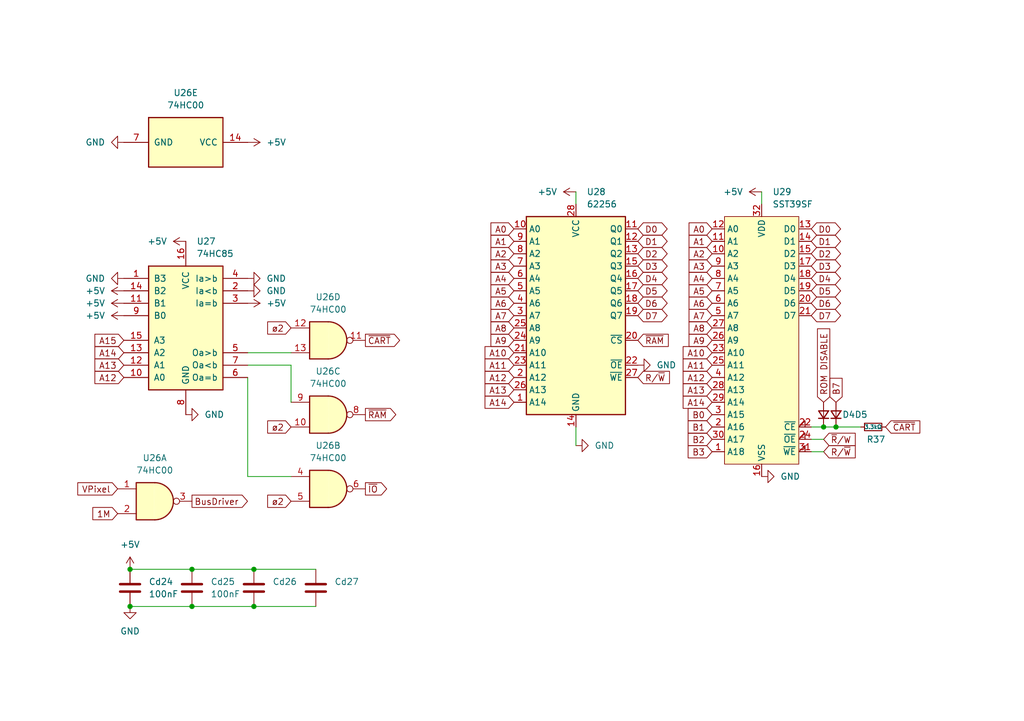
<source format=kicad_sch>
(kicad_sch (version 20230121) (generator eeschema)
  (paper "A5")
  (title_block (title "Memory Mapping and RAM"))
  (lib_symbols
    (symbol "74xx:74HC00" (pin_names (offset 1.016))
      (property "Reference" "U" (at 0 1.27 0))
      (property "Value" "74HC00" (at 0 -1.27 0))
      (symbol "74HC00_1_1"
        (arc (start 0 -3.81) (mid 3.7934 0) (end 0 3.81) (stroke (width 0.254)) (fill (type background)))
        (polyline (pts (xy 0 3.81) (xy -3.81 3.81) (xy -3.81 -3.81) (xy 0 -3.81)) (stroke (width 0.254)) (fill (type background)))
        (pin input line (at -7.62 2.54 0) (length 3.81) (name "~") (number "1"))
        (pin input line (at -7.62 -2.54 0) (length 3.81) (name "~") (number "2"))
        (pin output inverted (at 7.62 0 180) (length 3.81) (name "~") (number "3"))
      )
      (symbol "74HC00_1_2"
        (arc (start -3.81 -3.81) (mid -2.589 0) (end -3.81 3.81) (stroke (width 0.254)))
        (arc (start -0.6096 -3.81) (mid 2.1842 -2.5851) (end 3.81 0) (stroke (width 0.254)) (fill (type background)))
        (polyline (pts (xy -3.81 -3.81) (xy -0.635 -3.81)) (stroke (width 0.254)) (fill (type background)))
        (polyline (pts (xy -3.81 3.81) (xy -0.635 3.81)) (stroke (width 0.254)) (fill (type background)))
        (polyline (pts (xy -0.635 3.81) (xy -3.81 3.81) (xy -3.81 3.81) (xy -3.556 3.4036) (xy -3.0226 2.2606) (xy -2.6924 1.0414) (xy -2.6162 -0.254) (xy -2.7686 -1.4986) (xy -3.175 -2.7178) (xy -3.81 -3.81) (xy -3.81 -3.81) (xy -0.635 -3.81)) (stroke (width -25.4)) (fill (type background)))
        (arc (start 3.81 0) (mid 2.1915 2.5936) (end -0.6096 3.81) (stroke (width 0.254)) (fill (type background)))
        (pin input inverted (at -7.62 2.54 0) (length 4.318) (name "~") (number "1"))
        (pin input inverted (at -7.62 -2.54 0) (length 4.318) (name "~") (number "2"))
        (pin output line (at 7.62 0 180) (length 3.81) (name "~") (number "3"))
      )
      (symbol "74HC00_2_1"
        (arc (start 0 -3.81) (mid 3.7934 0) (end 0 3.81) (stroke (width 0.254)) (fill (type background)))
        (polyline (pts (xy 0 3.81) (xy -3.81 3.81) (xy -3.81 -3.81) (xy 0 -3.81)) (stroke (width 0.254)) (fill (type background)))
        (pin input line (at -7.62 2.54 0) (length 3.81) (name "~") (number "4"))
        (pin input line (at -7.62 -2.54 0) (length 3.81) (name "~") (number "5"))
        (pin output inverted (at 7.62 0 180) (length 3.81) (name "~") (number "6"))
      )
      (symbol "74HC00_2_2"
        (arc (start -3.81 -3.81) (mid -2.589 0) (end -3.81 3.81) (stroke (width 0.254)))
        (arc (start -0.6096 -3.81) (mid 2.1842 -2.5851) (end 3.81 0) (stroke (width 0.254)) (fill (type background)))
        (polyline (pts (xy -3.81 -3.81) (xy -0.635 -3.81)) (stroke (width 0.254)) (fill (type background)))
        (polyline (pts (xy -3.81 3.81) (xy -0.635 3.81)) (stroke (width 0.254)) (fill (type background)))
        (polyline (pts (xy -0.635 3.81) (xy -3.81 3.81) (xy -3.81 3.81) (xy -3.556 3.4036) (xy -3.0226 2.2606) (xy -2.6924 1.0414) (xy -2.6162 -0.254) (xy -2.7686 -1.4986) (xy -3.175 -2.7178) (xy -3.81 -3.81) (xy -3.81 -3.81) (xy -0.635 -3.81)) (stroke (width -25.4)) (fill (type background)))
        (arc (start 3.81 0) (mid 2.1915 2.5936) (end -0.6096 3.81) (stroke (width 0.254)) (fill (type background)))
        (pin input inverted (at -7.62 2.54 0) (length 4.318) (name "~") (number "4"))
        (pin input inverted (at -7.62 -2.54 0) (length 4.318) (name "~") (number "5"))
        (pin output line (at 7.62 0 180) (length 3.81) (name "~") (number "6"))
      )
      (symbol "74HC00_3_1"
        (arc (start 0 -3.81) (mid 3.7934 0) (end 0 3.81) (stroke (width 0.254)) (fill (type background)))
        (polyline (pts (xy 0 3.81) (xy -3.81 3.81) (xy -3.81 -3.81) (xy 0 -3.81)) (stroke (width 0.254)) (fill (type background)))
        (pin input line (at -7.62 -2.54 0) (length 3.81) (name "~") (number "10"))
        (pin output inverted (at 7.62 0 180) (length 3.81) (name "~") (number "8"))
        (pin input line (at -7.62 2.54 0) (length 3.81) (name "~") (number "9"))
      )
      (symbol "74HC00_3_2"
        (arc (start -3.81 -3.81) (mid -2.589 0) (end -3.81 3.81) (stroke (width 0.254)))
        (arc (start -0.6096 -3.81) (mid 2.1842 -2.5851) (end 3.81 0) (stroke (width 0.254)) (fill (type background)))
        (polyline (pts (xy -3.81 -3.81) (xy -0.635 -3.81)) (stroke (width 0.254)) (fill (type background)))
        (polyline (pts (xy -3.81 3.81) (xy -0.635 3.81)) (stroke (width 0.254)) (fill (type background)))
        (polyline (pts (xy -0.635 3.81) (xy -3.81 3.81) (xy -3.81 3.81) (xy -3.556 3.4036) (xy -3.0226 2.2606) (xy -2.6924 1.0414) (xy -2.6162 -0.254) (xy -2.7686 -1.4986) (xy -3.175 -2.7178) (xy -3.81 -3.81) (xy -3.81 -3.81) (xy -0.635 -3.81)) (stroke (width -25.4)) (fill (type background)))
        (arc (start 3.81 0) (mid 2.1915 2.5936) (end -0.6096 3.81) (stroke (width 0.254)) (fill (type background)))
        (pin input inverted (at -7.62 -2.54 0) (length 4.318) (name "~") (number "10"))
        (pin output line (at 7.62 0 180) (length 3.81) (name "~") (number "8"))
        (pin input inverted (at -7.62 2.54 0) (length 4.318) (name "~") (number "9"))
      )
      (symbol "74HC00_4_1"
        (arc (start 0 -3.81) (mid 3.7934 0) (end 0 3.81) (stroke (width 0.254)) (fill (type background)))
        (polyline (pts (xy 0 3.81) (xy -3.81 3.81) (xy -3.81 -3.81) (xy 0 -3.81)) (stroke (width 0.254)) (fill (type background)))
        (pin output inverted (at 7.62 0 180) (length 3.81) (name "~") (number "11"))
        (pin input line (at -7.62 2.54 0) (length 3.81) (name "~") (number "12"))
        (pin input line (at -7.62 -2.54 0) (length 3.81) (name "~") (number "13"))
      )
      (symbol "74HC00_4_2"
        (arc (start -3.81 -3.81) (mid -2.589 0) (end -3.81 3.81) (stroke (width 0.254)))
        (arc (start -0.6096 -3.81) (mid 2.1842 -2.5851) (end 3.81 0) (stroke (width 0.254)) (fill (type background)))
        (polyline (pts (xy -3.81 -3.81) (xy -0.635 -3.81)) (stroke (width 0.254)) (fill (type background)))
        (polyline (pts (xy -3.81 3.81) (xy -0.635 3.81)) (stroke (width 0.254)) (fill (type background)))
        (polyline (pts (xy -0.635 3.81) (xy -3.81 3.81) (xy -3.81 3.81) (xy -3.556 3.4036) (xy -3.0226 2.2606) (xy -2.6924 1.0414) (xy -2.6162 -0.254) (xy -2.7686 -1.4986) (xy -3.175 -2.7178) (xy -3.81 -3.81) (xy -3.81 -3.81) (xy -0.635 -3.81)) (stroke (width -25.4)) (fill (type background)))
        (arc (start 3.81 0) (mid 2.1915 2.5936) (end -0.6096 3.81) (stroke (width 0.254)) (fill (type background)))
        (pin output line (at 7.62 0 180) (length 3.81) (name "~") (number "11"))
        (pin input inverted (at -7.62 2.54 0) (length 4.318) (name "~") (number "12"))
        (pin input inverted (at -7.62 -2.54 0) (length 4.318) (name "~") (number "13"))
      )
      (symbol "74HC00_5_0"
        (pin power_in line (at 0 12.7 270) (length 5.08) (name "VCC") (number "14"))
        (pin power_in line (at 0 -12.7 90) (length 5.08) (name "GND") (number "7"))
      )
      (symbol "74HC00_5_1"
        (rectangle (start -5.08 7.62) (end 5.08 -7.62) (stroke (width 0.254)) (fill (type background)))
      )
    )
    (symbol "74xx:74LS85" (pin_names (offset 1.016))
      (property "Reference" "U" (at -7.62 13.97 0))
      (property "Value" "74LS85" (at -7.62 -13.97 0))
      (symbol "74LS85_1_0"
        (pin input line (at -12.7 10.16 0) (length 5.08) (name "B3") (number "1"))
        (pin input line (at -12.7 -10.16 0) (length 5.08) (name "A0") (number "10"))
        (pin input line (at -12.7 5.08 0) (length 5.08) (name "B1") (number "11"))
        (pin input line (at -12.7 -7.62 0) (length 5.08) (name "A1") (number "12"))
        (pin input line (at -12.7 -5.08 0) (length 5.08) (name "A2") (number "13"))
        (pin input line (at -12.7 7.62 0) (length 5.08) (name "B2") (number "14"))
        (pin input line (at -12.7 -2.54 0) (length 5.08) (name "A3") (number "15"))
        (pin power_in line (at 0 17.78 270) (length 5.08) (name "VCC") (number "16"))
        (pin input line (at 12.7 7.62 180) (length 5.08) (name "Ia<b") (number "2"))
        (pin input line (at 12.7 5.08 180) (length 5.08) (name "Ia=b") (number "3"))
        (pin input line (at 12.7 10.16 180) (length 5.08) (name "Ia>b") (number "4"))
        (pin output line (at 12.7 -5.08 180) (length 5.08) (name "Oa>b") (number "5"))
        (pin output line (at 12.7 -10.16 180) (length 5.08) (name "Oa=b") (number "6"))
        (pin output line (at 12.7 -7.62 180) (length 5.08) (name "Oa<b") (number "7"))
        (pin power_in line (at 0 -17.78 90) (length 5.08) (name "GND") (number "8"))
        (pin input line (at -12.7 2.54 0) (length 5.08) (name "B0") (number "9"))
      )
      (symbol "74LS85_1_1"
        (rectangle (start -7.62 12.7) (end 7.62 -12.7) (stroke (width 0.254)) (fill (type background)))
      )
    )
    (symbol "Device:C" (pin_numbers hide) (pin_names (offset 0.254))
      (property "Reference" "C" (at 0.635 2.54 0))
      (property "Value" "C" (at 0.635 -2.54 0))
      (symbol "C_0_1"
        (polyline (pts (xy -2.032 -0.762) (xy 2.032 -0.762)) (stroke (width 0.508)))
        (polyline (pts (xy -2.032 0.762) (xy 2.032 0.762)) (stroke (width 0.508)))
      )
      (symbol "C_1_1"
        (pin passive line (at 0 3.81 270) (length 2.794) (name "~") (number "1"))
        (pin passive line (at 0 -3.81 90) (length 2.794) (name "~") (number "2"))
      )
    )
    (symbol "Device:D_Small" (pin_numbers hide) (pin_names (offset 0.254) hide)
      (property "Reference" "D" (at -1.27 2.032 0))
      (property "Value" "D_Small" (at -3.81 -2.032 0))
      (symbol "D_Small_0_1"
        (polyline (pts (xy -0.762 -1.016) (xy -0.762 1.016)) (stroke (width 0.254)))
        (polyline (pts (xy -0.762 0) (xy 0.762 0)))
        (polyline (pts (xy 0.762 -1.016) (xy -0.762 0) (xy 0.762 1.016) (xy 0.762 -1.016)) (stroke (width 0.254)))
      )
      (symbol "D_Small_1_1"
        (pin passive line (at -2.54 0 0) (length 1.778) (name "K") (number "1"))
        (pin passive line (at 2.54 0 180) (length 1.778) (name "A") (number "2"))
      )
    )
    (symbol "Device:R_Small" (pin_numbers hide) (pin_names (offset 0.254) hide)
      (property "Reference" "R" (at 0.762 0.508 0))
      (property "Value" "R_Small" (at 0.762 -1.016 0))
      (symbol "R_Small_0_1"
        (rectangle (start -0.762 1.778) (end 0.762 -1.778) (stroke (width 0.2032)))
      )
      (symbol "R_Small_1_1"
        (pin passive line (at 0 2.54 270) (length 0.762) (name "~") (number "1"))
        (pin passive line (at 0 -2.54 90) (length 0.762) (name "~") (number "2"))
      )
    )
    (symbol "Memory_Lib:SST39SF040"
      (property "Reference" "U" (at 11.43 54.61 0))
      (property "Value" "SST39SF040" (at 19.05 52.07 0))
      (symbol "SST39SF040_1_1"
        (rectangle (start 0 50.8) (end 15.24 0) (fill (type background)))
        (pin input line (at -2.54 2.54 0) (length 2.54) (name "A18") (number "1"))
        (pin input line (at -2.54 43.18 0) (length 2.54) (name "A2") (number "10"))
        (pin input line (at -2.54 45.72 0) (length 2.54) (name "A1") (number "11"))
        (pin input line (at -2.54 48.26 0) (length 2.54) (name "A0") (number "12"))
        (pin bidirectional line (at 17.78 48.26 180) (length 2.54) (name "D0") (number "13"))
        (pin bidirectional line (at 17.78 45.72 180) (length 2.54) (name "D1") (number "14"))
        (pin bidirectional line (at 17.78 43.18 180) (length 2.54) (name "D2") (number "15"))
        (pin power_in line (at 7.62 -2.54 90) (length 2.54) (name "VSS") (number "16"))
        (pin bidirectional line (at 17.78 40.64 180) (length 2.54) (name "D3") (number "17"))
        (pin bidirectional line (at 17.78 38.1 180) (length 2.54) (name "D4") (number "18"))
        (pin bidirectional line (at 17.78 35.56 180) (length 2.54) (name "D5") (number "19"))
        (pin input line (at -2.54 7.62 0) (length 2.54) (name "A16") (number "2"))
        (pin bidirectional line (at 17.78 33.02 180) (length 2.54) (name "D6") (number "20"))
        (pin bidirectional line (at 17.78 30.48 180) (length 2.54) (name "D7") (number "21"))
        (pin input input_low (at 17.78 7.62 180) (length 2.54) (name "~{CE}") (number "22"))
        (pin input line (at -2.54 22.86 0) (length 2.54) (name "A10") (number "23"))
        (pin input input_low (at 17.78 5.08 180) (length 2.54) (name "~{OE}") (number "24"))
        (pin input line (at -2.54 20.32 0) (length 2.54) (name "A11") (number "25"))
        (pin input line (at -2.54 25.4 0) (length 2.54) (name "A9") (number "26"))
        (pin input line (at -2.54 27.94 0) (length 2.54) (name "A8") (number "27"))
        (pin input line (at -2.54 15.24 0) (length 2.54) (name "A13") (number "28"))
        (pin input line (at -2.54 12.7 0) (length 2.54) (name "A14") (number "29"))
        (pin input line (at -2.54 10.16 0) (length 2.54) (name "A15") (number "3"))
        (pin input line (at -2.54 5.08 0) (length 2.54) (name "A17") (number "30"))
        (pin input input_low (at 17.78 2.54 180) (length 2.54) (name "~{WE}") (number "31"))
        (pin power_in line (at 7.62 53.34 270) (length 2.54) (name "VDD") (number "32"))
        (pin input line (at -2.54 17.78 0) (length 2.54) (name "A12") (number "4"))
        (pin input line (at -2.54 30.48 0) (length 2.54) (name "A7") (number "5"))
        (pin input line (at -2.54 33.02 0) (length 2.54) (name "A6") (number "6"))
        (pin input line (at -2.54 35.56 0) (length 2.54) (name "A5") (number "7"))
        (pin input line (at -2.54 38.1 0) (length 2.54) (name "A4") (number "8"))
        (pin input line (at -2.54 40.64 0) (length 2.54) (name "A3") (number "9"))
      )
    )
    (symbol "Memory_RAM:HM62256BLP"
      (property "Reference" "U" (at -10.16 20.955 0))
      (property "Value" "HM62256BLP" (at 2.54 20.955 0))
      (symbol "HM62256BLP_0_0"
        (pin power_in line (at 0 -22.86 90) (length 2.54) (name "GND") (number "14"))
        (pin power_in line (at 0 22.86 270) (length 2.54) (name "VCC") (number "28"))
      )
      (symbol "HM62256BLP_0_1"
        (rectangle (start -10.16 20.32) (end 10.16 -20.32) (stroke (width 0.254)) (fill (type background)))
      )
      (symbol "HM62256BLP_1_1"
        (pin input line (at -12.7 -17.78 0) (length 2.54) (name "A14") (number "1"))
        (pin input line (at -12.7 17.78 0) (length 2.54) (name "A0") (number "10"))
        (pin tri_state line (at 12.7 17.78 180) (length 2.54) (name "Q0") (number "11"))
        (pin tri_state line (at 12.7 15.24 180) (length 2.54) (name "Q1") (number "12"))
        (pin tri_state line (at 12.7 12.7 180) (length 2.54) (name "Q2") (number "13"))
        (pin tri_state line (at 12.7 10.16 180) (length 2.54) (name "Q3") (number "15"))
        (pin tri_state line (at 12.7 7.62 180) (length 2.54) (name "Q4") (number "16"))
        (pin tri_state line (at 12.7 5.08 180) (length 2.54) (name "Q5") (number "17"))
        (pin tri_state line (at 12.7 2.54 180) (length 2.54) (name "Q6") (number "18"))
        (pin tri_state line (at 12.7 0 180) (length 2.54) (name "Q7") (number "19"))
        (pin input line (at -12.7 -12.7 0) (length 2.54) (name "A12") (number "2"))
        (pin input line (at 12.7 -5.08 180) (length 2.54) (name "~{CS}") (number "20"))
        (pin input line (at -12.7 -7.62 0) (length 2.54) (name "A10") (number "21"))
        (pin input line (at 12.7 -10.16 180) (length 2.54) (name "~{OE}") (number "22"))
        (pin input line (at -12.7 -10.16 0) (length 2.54) (name "A11") (number "23"))
        (pin input line (at -12.7 -5.08 0) (length 2.54) (name "A9") (number "24"))
        (pin input line (at -12.7 -2.54 0) (length 2.54) (name "A8") (number "25"))
        (pin input line (at -12.7 -15.24 0) (length 2.54) (name "A13") (number "26"))
        (pin input line (at 12.7 -12.7 180) (length 2.54) (name "~{WE}") (number "27"))
        (pin input line (at -12.7 0 0) (length 2.54) (name "A7") (number "3"))
        (pin input line (at -12.7 2.54 0) (length 2.54) (name "A6") (number "4"))
        (pin input line (at -12.7 5.08 0) (length 2.54) (name "A5") (number "5"))
        (pin input line (at -12.7 7.62 0) (length 2.54) (name "A4") (number "6"))
        (pin input line (at -12.7 10.16 0) (length 2.54) (name "A3") (number "7"))
        (pin input line (at -12.7 12.7 0) (length 2.54) (name "A2") (number "8"))
        (pin input line (at -12.7 15.24 0) (length 2.54) (name "A1") (number "9"))
      )
    )
    (symbol "power:+5V" (power) (pin_names (offset 0))
      (property "Value" "+5V" (at 0 3.556 0))
      (symbol "+5V_0_1"
        (polyline (pts (xy -0.762 1.27) (xy 0 2.54)))
        (polyline (pts (xy 0 0) (xy 0 2.54)))
        (polyline (pts (xy 0 2.54) (xy 0.762 1.27)))
      )
      (symbol "+5V_1_1"
        (pin power_in line (at 0 0 90) (length 0) hide (name "+5V") (number "1"))
      )
    )
    (symbol "power:GND" (power) (pin_names (offset 0))
      (property "Value" "GND" (at 0 -3.81 0))
      (symbol "GND_0_1"
        (polyline (pts (xy 0 0) (xy 0 -1.27) (xy 1.27 -1.27) (xy 0 -2.54) (xy -1.27 -1.27) (xy 0 -1.27)))
      )
      (symbol "GND_1_1"
        (pin power_in line (at 0 0 270) (length 0) hide (name "GND") (number "1"))
      )
    )
  )
  (junction (at 168.91 87.63))
  (junction (at 26.67 124.46))
  (junction (at 52.07 124.46))
  (junction (at 171.45 87.63))
  (junction (at 52.07 116.84))
  (junction (at 26.67 116.84))
  (junction (at 39.37 116.84))
  (junction (at 39.37 124.46))
  (wire (pts (xy 39.37 124.46) (xy 52.07 124.46)))
  (wire (pts (xy 59.69 74.93) (xy 59.69 82.55)))
  (wire (pts (xy 168.91 87.63) (xy 171.45 87.63)))
  (wire (pts (xy 26.67 116.84) (xy 39.37 116.84)))
  (wire (pts (xy 26.67 124.46) (xy 39.37 124.46)))
  (wire (pts (xy 118.11 87.63) (xy 118.11 91.44)))
  (wire (pts (xy 52.07 116.84) (xy 64.77 116.84)))
  (wire (pts (xy 171.45 87.63) (xy 176.53 87.63)))
  (wire (pts (xy 50.8 72.39) (xy 59.69 72.39)))
  (wire (pts (xy 52.07 124.46) (xy 64.77 124.46)))
  (wire (pts (xy 166.37 90.17) (xy 168.91 90.17)))
  (wire (pts (xy 168.91 92.71) (xy 166.37 92.71)))
  (wire (pts (xy 50.8 77.47) (xy 50.8 97.79)))
  (wire (pts (xy 118.11 39.37) (xy 118.11 41.91)))
  (wire (pts (xy 156.21 39.37) (xy 156.21 41.91)))
  (wire (pts (xy 50.8 74.93) (xy 59.69 74.93)))
  (wire (pts (xy 50.8 97.79) (xy 59.69 97.79)))
  (wire (pts (xy 166.37 87.63) (xy 168.91 87.63)))
  (wire (pts (xy 39.37 116.84) (xy 52.07 116.84)))
  (global_label "~{IO}" (shape output) (at 74.93 100.33 0) (property "Intersheetrefs" "${INTERSHEET_REFS}" (effects hide)))
  (global_label "A0" (shape input) (at 146.05 46.99 180) (property "Intersheetrefs" "${INTERSHEET_REFS}" (effects hide)))
  (global_label "R{slash}~{W}" (shape input) (at 168.91 92.71 0) (property "Intersheetrefs" "${INTERSHEET_REFS}" (effects hide)))
  (global_label "D5" (shape bidirectional) (at 130.81 59.69 0) (property "Intersheetrefs" "${INTERSHEET_REFS}" (effects hide)))
  (global_label "A4" (shape input) (at 105.41 57.15 180) (property "Intersheetrefs" "${INTERSHEET_REFS}" (effects hide)))
  (global_label "~{CART}" (shape input) (at 181.61 87.63 0) (property "Intersheetrefs" "${INTERSHEET_REFS}" (effects hide)))
  (global_label "A10" (shape input) (at 105.41 72.39 180) (property "Intersheetrefs" "${INTERSHEET_REFS}" (effects hide)))
  (global_label "A5" (shape input) (at 105.41 59.69 180) (property "Intersheetrefs" "${INTERSHEET_REFS}" (effects hide)))
  (global_label "A0" (shape input) (at 105.41 46.99 180) (property "Intersheetrefs" "${INTERSHEET_REFS}" (effects hide)))
  (global_label "~{R}{slash}W" (shape input) (at 168.91 90.17 0) (property "Intersheetrefs" "${INTERSHEET_REFS}" (effects hide)))
  (global_label "~{RAM}" (shape input) (at 130.81 69.85 0) (property "Intersheetrefs" "${INTERSHEET_REFS}" (effects hide)))
  (global_label "D1" (shape bidirectional) (at 166.37 49.53 0) (property "Intersheetrefs" "${INTERSHEET_REFS}" (effects hide)))
  (global_label "D2" (shape bidirectional) (at 166.37 52.07 0) (property "Intersheetrefs" "${INTERSHEET_REFS}" (effects hide)))
  (global_label "D4" (shape bidirectional) (at 166.37 57.15 0) (property "Intersheetrefs" "${INTERSHEET_REFS}" (effects hide)))
  (global_label "A13" (shape input) (at 25.4 74.93 180) (property "Intersheetrefs" "${INTERSHEET_REFS}" (effects hide)))
  (global_label "A14" (shape input) (at 25.4 72.39 180) (property "Intersheetrefs" "${INTERSHEET_REFS}" (effects hide)))
  (global_label "~{RAM}" (shape output) (at 74.93 85.09 0) (property "Intersheetrefs" "${INTERSHEET_REFS}" (effects hide)))
  (global_label "A12" (shape input) (at 105.41 77.47 180) (property "Intersheetrefs" "${INTERSHEET_REFS}" (effects hide)))
  (global_label "BusDriver" (shape output) (at 39.37 102.87 0) (property "Intersheetrefs" "${INTERSHEET_REFS}" (effects hide)))
  (global_label "A14" (shape input) (at 146.05 82.55 180) (property "Intersheetrefs" "${INTERSHEET_REFS}" (effects hide)))
  (global_label "ø2" (shape input) (at 59.69 87.63 180) (property "Intersheetrefs" "${INTERSHEET_REFS}" (effects hide)))
  (global_label "A8" (shape input) (at 146.05 67.31 180) (property "Intersheetrefs" "${INTERSHEET_REFS}" (effects hide)))
  (global_label "D3" (shape bidirectional) (at 166.37 54.61 0) (property "Intersheetrefs" "${INTERSHEET_REFS}" (effects hide)))
  (global_label "A13" (shape input) (at 146.05 80.01 180) (property "Intersheetrefs" "${INTERSHEET_REFS}" (effects hide)))
  (global_label "B7" (shape input) (at 171.45 82.55 90) (property "Intersheetrefs" "${INTERSHEET_REFS}" (effects hide)))
  (global_label "A2" (shape input) (at 105.41 52.07 180) (property "Intersheetrefs" "${INTERSHEET_REFS}" (effects hide)))
  (global_label "A14" (shape input) (at 105.41 82.55 180) (property "Intersheetrefs" "${INTERSHEET_REFS}" (effects hide)))
  (global_label "A7" (shape input) (at 146.05 64.77 180) (property "Intersheetrefs" "${INTERSHEET_REFS}" (effects hide)))
  (global_label "D6" (shape bidirectional) (at 130.81 62.23 0) (property "Intersheetrefs" "${INTERSHEET_REFS}" (effects hide)))
  (global_label "1M" (shape input) (at 24.13 105.41 180) (property "Intersheetrefs" "${INTERSHEET_REFS}" (effects hide)))
  (global_label "B1" (shape input) (at 146.05 87.63 180) (property "Intersheetrefs" "${INTERSHEET_REFS}" (effects hide)))
  (global_label "D0" (shape bidirectional) (at 166.37 46.99 0) (property "Intersheetrefs" "${INTERSHEET_REFS}" (effects hide)))
  (global_label "D4" (shape bidirectional) (at 130.81 57.15 0) (property "Intersheetrefs" "${INTERSHEET_REFS}" (effects hide)))
  (global_label "D3" (shape bidirectional) (at 130.81 54.61 0) (property "Intersheetrefs" "${INTERSHEET_REFS}" (effects hide)))
  (global_label "A6" (shape input) (at 105.41 62.23 180) (property "Intersheetrefs" "${INTERSHEET_REFS}" (effects hide)))
  (global_label "D2" (shape bidirectional) (at 130.81 52.07 0) (property "Intersheetrefs" "${INTERSHEET_REFS}" (effects hide)))
  (global_label "ø2" (shape input) (at 59.69 67.31 180) (property "Intersheetrefs" "${INTERSHEET_REFS}" (effects hide)))
  (global_label "A11" (shape input) (at 146.05 74.93 180) (property "Intersheetrefs" "${INTERSHEET_REFS}" (effects hide)))
  (global_label "ROM DISABLE" (shape input) (at 168.91 82.55 90) (property "Intersheetrefs" "${INTERSHEET_REFS}" (effects hide)))
  (global_label "VPixel" (shape input) (at 24.13 100.33 180) (property "Intersheetrefs" "${INTERSHEET_REFS}" (effects hide)))
  (global_label "A13" (shape input) (at 105.41 80.01 180) (property "Intersheetrefs" "${INTERSHEET_REFS}" (effects hide)))
  (global_label "D6" (shape bidirectional) (at 166.37 62.23 0) (property "Intersheetrefs" "${INTERSHEET_REFS}" (effects hide)))
  (global_label "A3" (shape input) (at 105.41 54.61 180) (property "Intersheetrefs" "${INTERSHEET_REFS}" (effects hide)))
  (global_label "B0" (shape input) (at 146.05 85.09 180) (property "Intersheetrefs" "${INTERSHEET_REFS}" (effects hide)))
  (global_label "A6" (shape input) (at 146.05 62.23 180) (property "Intersheetrefs" "${INTERSHEET_REFS}" (effects hide)))
  (global_label "D7" (shape bidirectional) (at 130.81 64.77 0) (property "Intersheetrefs" "${INTERSHEET_REFS}" (effects hide)))
  (global_label "D5" (shape bidirectional) (at 166.37 59.69 0) (property "Intersheetrefs" "${INTERSHEET_REFS}" (effects hide)))
  (global_label "A7" (shape input) (at 105.41 64.77 180) (property "Intersheetrefs" "${INTERSHEET_REFS}" (effects hide)))
  (global_label "A1" (shape input) (at 105.41 49.53 180) (property "Intersheetrefs" "${INTERSHEET_REFS}" (effects hide)))
  (global_label "ø2" (shape input) (at 59.69 102.87 180) (property "Intersheetrefs" "${INTERSHEET_REFS}" (effects hide)))
  (global_label "A10" (shape input) (at 146.05 72.39 180) (property "Intersheetrefs" "${INTERSHEET_REFS}" (effects hide)))
  (global_label "A15" (shape input) (at 25.4 69.85 180) (property "Intersheetrefs" "${INTERSHEET_REFS}" (effects hide)))
  (global_label "B3" (shape input) (at 146.05 92.71 180) (property "Intersheetrefs" "${INTERSHEET_REFS}" (effects hide)))
  (global_label "A2" (shape input) (at 146.05 52.07 180) (property "Intersheetrefs" "${INTERSHEET_REFS}" (effects hide)))
  (global_label "A3" (shape input) (at 146.05 54.61 180) (property "Intersheetrefs" "${INTERSHEET_REFS}" (effects hide)))
  (global_label "A11" (shape input) (at 105.41 74.93 180) (property "Intersheetrefs" "${INTERSHEET_REFS}" (effects hide)))
  (global_label "A12" (shape input) (at 146.05 77.47 180) (property "Intersheetrefs" "${INTERSHEET_REFS}" (effects hide)))
  (global_label "A5" (shape input) (at 146.05 59.69 180) (property "Intersheetrefs" "${INTERSHEET_REFS}" (effects hide)))
  (global_label "D7" (shape bidirectional) (at 166.37 64.77 0) (property "Intersheetrefs" "${INTERSHEET_REFS}" (effects hide)))
  (global_label "A8" (shape input) (at 105.41 67.31 180) (property "Intersheetrefs" "${INTERSHEET_REFS}" (effects hide)))
  (global_label "A1" (shape input) (at 146.05 49.53 180) (property "Intersheetrefs" "${INTERSHEET_REFS}" (effects hide)))
  (global_label "B2" (shape input) (at 146.05 90.17 180) (property "Intersheetrefs" "${INTERSHEET_REFS}" (effects hide)))
  (global_label "A4" (shape input) (at 146.05 57.15 180) (property "Intersheetrefs" "${INTERSHEET_REFS}" (effects hide)))
  (global_label "A9" (shape input) (at 105.41 69.85 180) (property "Intersheetrefs" "${INTERSHEET_REFS}" (effects hide)))
  (global_label "R{slash}~{W}" (shape input) (at 130.81 77.47 0) (property "Intersheetrefs" "${INTERSHEET_REFS}" (effects hide)))
  (global_label "A12" (shape input) (at 25.4 77.47 180) (property "Intersheetrefs" "${INTERSHEET_REFS}" (effects hide)))
  (global_label "A9" (shape input) (at 146.05 69.85 180) (property "Intersheetrefs" "${INTERSHEET_REFS}" (effects hide)))
  (global_label "D0" (shape bidirectional) (at 130.81 46.99 0) (property "Intersheetrefs" "${INTERSHEET_REFS}" (effects hide)))
  (global_label "~{CART}" (shape output) (at 74.93 69.85 0) (property "Intersheetrefs" "${INTERSHEET_REFS}" (effects hide)))
  (global_label "D1" (shape bidirectional) (at 130.81 49.53 0) (property "Intersheetrefs" "${INTERSHEET_REFS}" (effects hide)))
  (symbol (lib_id "Device:D_Small") (at 171.45 85.09 90) (unit 1)
    (property "Reference" "D5" (at 175.26 85.09 90) (effects (justify right)))
    (property "Value" "D_Small" (effects hide))
    (property "Footprint" "Diode_THT:D_DO-34_SOD68_P7.62mm_Horizontal" (effects hide))
    (property "Sim.Device" "D" (effects hide))
    (property "Sim.Pins" "1=K 2=A" (effects hide))
  )
  (symbol (lib_id "Memory_RAM:HM62256BLP") (at 118.11 64.77 0) (unit 1)
    (property "Reference" "U28" (at 120.3041 39.37 0) (effects (justify left)))
    (property "Value" "62256" (at 120.3041 41.91 0) (effects (justify left)))
    (property "Footprint" "PCM_Package_DIP_AKL:DIP-28_W15.24mm_Socket_LongPads" (effects hide))
    (property "Datasheet" "https://web.mit.edu/6.115/www/document/62256.pdf" (effects hide))
  )
  (symbol (lib_id "74xx:74HC00") (at 67.31 69.85 0) (unit 4)
    (property "Reference" "U26" (at 67.3017 60.96 0))
    (property "Value" "74HC00" (at 67.3017 63.5 0))
    (property "Footprint" "PCM_Package_DIP_AKL:DIP-14_W7.62mm_Socket_LongPads" (effects hide))
    (property "Datasheet" "http://www.ti.com/lit/gpn/sn74hc00" (effects hide))
  )
  (symbol (lib_id "74xx:74HC00") (at 38.1 29.21 270) (unit 5)
    (property "Reference" "U26" (at 38.1 19.05 90))
    (property "Value" "74HC00" (at 38.1 21.59 90))
    (property "Footprint" "PCM_Package_DIP_AKL:DIP-14_W7.62mm_Socket_LongPads" (effects hide))
    (property "Datasheet" "http://www.ti.com/lit/gpn/sn74hc00" (effects hide))
  )
  (symbol (lib_id "power:GND") (at 25.4 57.15 270) (unit 1)
    (property "Reference" "#PWR0113" (effects hide))
    (property "Value" "GND" (at 21.59 57.15 90) (effects (justify right)))
  )
  (symbol (lib_id "74xx:74HC00") (at 67.31 85.09 0) (unit 3)
    (property "Reference" "U26" (at 67.3017 76.2 0))
    (property "Value" "74HC00" (at 67.3017 78.74 0))
    (property "Footprint" "PCM_Package_DIP_AKL:DIP-14_W7.62mm_Socket_LongPads" (effects hide))
    (property "Datasheet" "http://www.ti.com/lit/gpn/sn74hc00" (effects hide))
  )
  (symbol (lib_id "Device:C") (at 64.77 120.65 0) (unit 1)
    (property "Reference" "Cd27" (at 68.58 119.38 0) (effects (justify left)))
    (property "Value" "100nF" (effects hide))
    (property "Footprint" "Capacitor_THT:C_Disc_D3.0mm_W2.0mm_P2.50mm" (effects hide))
  )
  (symbol (lib_id "Device:C") (at 39.37 120.65 0) (unit 1)
    (property "Reference" "Cd25" (at 43.18 119.38 0) (effects (justify left)))
    (property "Value" "100nF" (at 43.18 121.92 0) (effects (justify left)))
    (property "Footprint" "Capacitor_THT:C_Disc_D3.0mm_W2.0mm_P2.50mm" (effects hide))
  )
  (symbol (lib_id "power:GND") (at 118.11 91.44 90) (unit 1)
    (property "Reference" "#PWR0126" (effects hide))
    (property "Value" "GND" (at 121.92 91.44 90) (effects (justify right)))
  )
  (symbol (lib_id "power:GND") (at 26.67 124.46 0) (unit 1)
    (property "Reference" "#PWR0118" (effects hide))
    (property "Value" "GND" (at 26.67 129.54 0))
  )
  (symbol (lib_id "74xx:74LS85") (at 38.1 67.31 0) (unit 1)
    (property "Reference" "U27" (at 40.2941 49.53 0) (effects (justify left)))
    (property "Value" "74HC85" (at 40.2941 52.07 0) (effects (justify left)))
    (property "Footprint" "PCM_Package_DIP_AKL:DIP-16_W7.62mm_Socket_LongPads" (effects hide))
    (property "Datasheet" "http://www.ti.com/lit/gpn/sn74LS85" (effects hide))
  )
  (symbol (lib_id "Device:C") (at 26.67 120.65 0) (unit 1)
    (property "Reference" "Cd24" (at 30.48 119.38 0) (effects (justify left)))
    (property "Value" "100nF" (at 30.48 121.92 0) (effects (justify left)))
    (property "Footprint" "Capacitor_THT:C_Disc_D3.0mm_W2.0mm_P2.50mm" (effects hide))
  )
  (symbol (lib_id "74xx:74HC00") (at 67.31 100.33 0) (unit 2)
    (property "Reference" "U26" (at 67.3017 91.44 0))
    (property "Value" "74HC00" (at 67.3017 93.98 0))
    (property "Footprint" "PCM_Package_DIP_AKL:DIP-14_W7.62mm_Socket_LongPads" (effects hide))
    (property "Datasheet" "http://www.ti.com/lit/gpn/sn74hc00" (effects hide))
  )
  (symbol (lib_id "Device:R_Small") (at 179.07 87.63 270) (unit 1)
    (property "Reference" "R37" (at 181.61 90.17 90) (effects (justify right)))
    (property "Value" "3.3kΩ" (at 179.07 87.63 90) (effects (font (size 0.8 0.8))))
    (property "Footprint" "Resistor_THT:R_Axial_DIN0204_L3.6mm_D1.6mm_P7.62mm_Horizontal" (effects hide))
  )
  (symbol (lib_id "power:+5V") (at 26.67 116.84 0) (unit 1)
    (property "Reference" "#PWR0117" (effects hide))
    (property "Value" "+5V" (at 26.67 111.76 0))
  )
  (symbol (lib_id "power:GND") (at 156.21 97.79 90) (unit 1)
    (property "Reference" "#PWR0129" (effects hide))
    (property "Value" "GND" (at 160.02 97.79 90) (effects (justify right)))
  )
  (symbol (lib_id "power:+5V") (at 156.21 39.37 90) (unit 1)
    (property "Reference" "#PWR0128" (effects hide))
    (property "Value" "+5V" (at 152.4 39.37 90) (effects (justify left)))
  )
  (symbol (lib_id "Device:C") (at 52.07 120.65 0) (unit 1)
    (property "Reference" "Cd26" (at 55.88 119.38 0) (effects (justify left)))
    (property "Value" "100nF" (effects hide))
    (property "Footprint" "Capacitor_THT:C_Disc_D3.0mm_W2.0mm_P2.50mm" (effects hide))
  )
  (symbol (lib_id "power:GND") (at 25.4 29.21 270) (unit 1)
    (property "Reference" "#PWR0112" (effects hide))
    (property "Value" "GND" (at 21.59 29.21 90) (effects (justify right)))
  )
  (symbol (lib_id "power:+5V") (at 50.8 29.21 270) (unit 1)
    (property "Reference" "#PWR0121" (effects hide))
    (property "Value" "+5V" (at 54.61 29.21 90) (effects (justify left)))
  )
  (symbol (lib_id "power:GND") (at 50.8 57.15 90) (unit 1)
    (property "Reference" "#PWR0122" (effects hide))
    (property "Value" "GND" (at 54.61 57.15 90) (effects (justify right)))
  )
  (symbol (lib_id "power:+5V") (at 25.4 62.23 90) (unit 1)
    (property "Reference" "#PWR0115" (effects hide))
    (property "Value" "+5V" (at 21.59 62.23 90) (effects (justify left)))
  )
  (symbol (lib_id "power:+5V") (at 25.4 59.69 90) (unit 1)
    (property "Reference" "#PWR0114" (effects hide))
    (property "Value" "+5V" (at 21.59 59.69 90) (effects (justify left)))
  )
  (symbol (lib_id "power:+5V") (at 50.8 62.23 270) (unit 1)
    (property "Reference" "#PWR0124" (effects hide))
    (property "Value" "+5V" (at 54.61 62.23 90) (effects (justify left)))
  )
  (symbol (lib_id "Device:D_Small") (at 168.91 85.09 90) (unit 1)
    (property "Reference" "D4" (at 172.72 85.09 90) (effects (justify right)))
    (property "Value" "D_Small" (effects hide))
    (property "Footprint" "Diode_THT:D_DO-34_SOD68_P7.62mm_Horizontal" (effects hide))
    (property "Sim.Device" "D" (effects hide))
    (property "Sim.Pins" "1=K 2=A" (effects hide))
  )
  (symbol (lib_id "power:GND") (at 50.8 59.69 90) (unit 1)
    (property "Reference" "#PWR0123" (effects hide))
    (property "Value" "GND" (at 54.61 59.69 90) (effects (justify right)))
  )
  (symbol (lib_id "power:GND") (at 38.1 85.09 90) (unit 1)
    (property "Reference" "#PWR0120" (effects hide))
    (property "Value" "GND" (at 41.91 85.09 90) (effects (justify right)))
  )
  (symbol (lib_id "74xx:74HC00") (at 31.75 102.87 0) (unit 1)
    (property "Reference" "U26" (at 31.7417 93.98 0))
    (property "Value" "74HC00" (at 31.7417 96.52 0))
    (property "Footprint" "PCM_Package_DIP_AKL:DIP-14_W7.62mm_Socket_LongPads" (effects hide))
    (property "Datasheet" "http://www.ti.com/lit/gpn/sn74hc00" (effects hide))
  )
  (symbol (lib_id "Memory_Lib:SST39SF040") (at 148.59 95.25 0) (unit 1)
    (property "Reference" "U29" (at 158.4041 39.37 0) (effects (justify left)))
    (property "Value" "SST39SF" (at 158.4041 41.91 0) (effects (justify left)))
    (property "Footprint" "PCM_Package_LCC_AKL:PLCC-32_THT-Socket" (effects hide))
    (property "Datasheet" "https://ww1.microchip.com/downloads/aemDocuments/documents/OTH/ProductDocuments/DataSheets/20005022C.pdf" (effects hide))
  )
  (symbol (lib_id "power:GND") (at 130.81 74.93 90) (unit 1)
    (property "Reference" "#PWR0127" (effects hide))
    (property "Value" "GND" (at 134.62 74.93 90) (effects (justify right)))
  )
  (symbol (lib_id "power:+5V") (at 38.1 49.53 90) (unit 1)
    (property "Reference" "#PWR0119" (effects hide))
    (property "Value" "+5V" (at 34.29 49.53 90) (effects (justify left)))
  )
  (symbol (lib_id "power:+5V") (at 25.4 64.77 90) (unit 1)
    (property "Reference" "#PWR0116" (effects hide))
    (property "Value" "+5V" (at 21.59 64.77 90) (effects (justify left)))
  )
  (symbol (lib_id "power:+5V") (at 118.11 39.37 90) (unit 1)
    (property "Reference" "#PWR0125" (effects hide))
    (property "Value" "+5V" (at 114.3 39.37 90) (effects (justify left)))
  )
)
</source>
